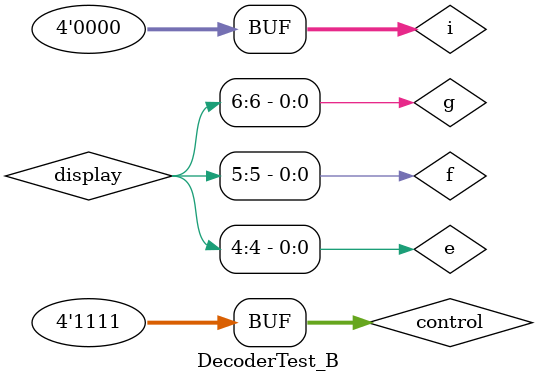
<source format=v>
module DecoderTest_B();
reg [3:0] control;
wire [6:0] display;
wire a, b, c, d, e, f, g;
reg [3:0] i;

assign a = display[0];
assign b = display[1];
assign c = display[2];
assign d = display[3];
assign e = display[4];
assign f = display[5];
assign g = display[6];


Decoder_B DUT(display, control[3], control[2], control[1], control[0]);


initial

for(i=0; i<16; i = i+1)begin
control = i;
#10;
end

endmodule

</source>
